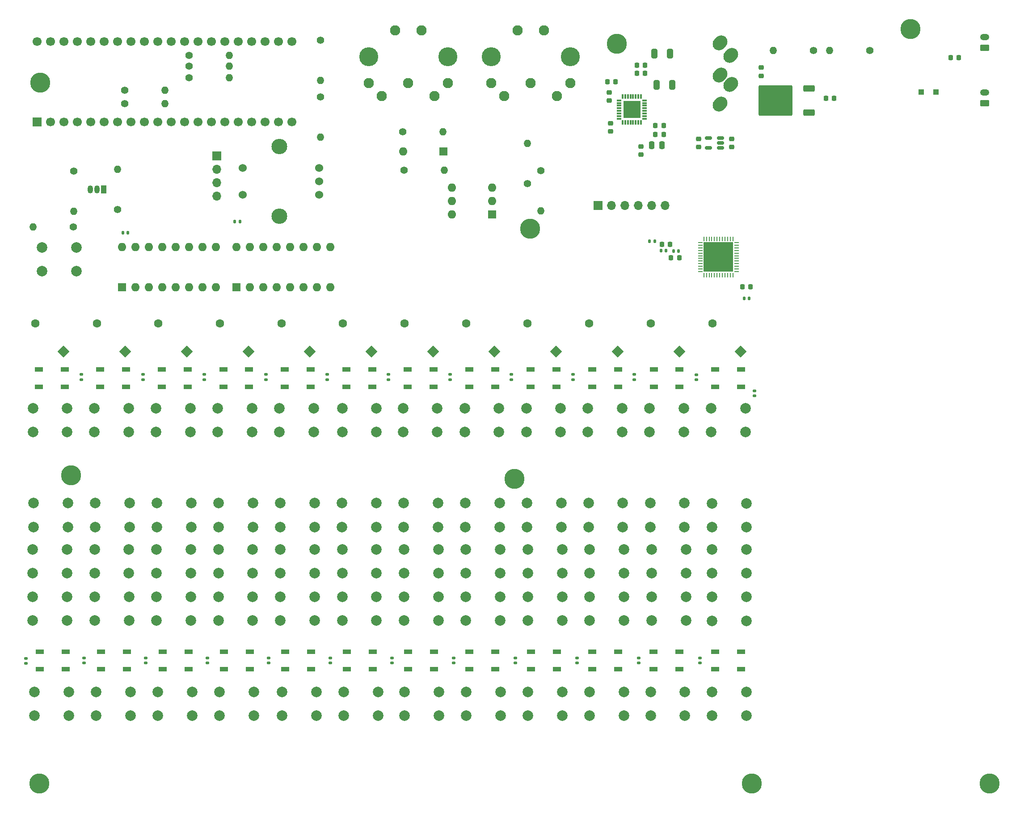
<source format=gbr>
%TF.GenerationSoftware,KiCad,Pcbnew,7.0.2*%
%TF.CreationDate,2023-04-18T17:14:37+09:00*%
%TF.ProjectId,autoharpie,6175746f-6861-4727-9069-652e6b696361,rev?*%
%TF.SameCoordinates,Original*%
%TF.FileFunction,Soldermask,Top*%
%TF.FilePolarity,Negative*%
%FSLAX46Y46*%
G04 Gerber Fmt 4.6, Leading zero omitted, Abs format (unit mm)*
G04 Created by KiCad (PCBNEW 7.0.2) date 2023-04-18 17:14:37*
%MOMM*%
%LPD*%
G01*
G04 APERTURE LIST*
G04 Aperture macros list*
%AMRoundRect*
0 Rectangle with rounded corners*
0 $1 Rounding radius*
0 $2 $3 $4 $5 $6 $7 $8 $9 X,Y pos of 4 corners*
0 Add a 4 corners polygon primitive as box body*
4,1,4,$2,$3,$4,$5,$6,$7,$8,$9,$2,$3,0*
0 Add four circle primitives for the rounded corners*
1,1,$1+$1,$2,$3*
1,1,$1+$1,$4,$5*
1,1,$1+$1,$6,$7*
1,1,$1+$1,$8,$9*
0 Add four rect primitives between the rounded corners*
20,1,$1+$1,$2,$3,$4,$5,0*
20,1,$1+$1,$4,$5,$6,$7,0*
20,1,$1+$1,$6,$7,$8,$9,0*
20,1,$1+$1,$8,$9,$2,$3,0*%
%AMHorizOval*
0 Thick line with rounded ends*
0 $1 width*
0 $2 $3 position (X,Y) of the first rounded end (center of the circle)*
0 $4 $5 position (X,Y) of the second rounded end (center of the circle)*
0 Add line between two ends*
20,1,$1,$2,$3,$4,$5,0*
0 Add two circle primitives to create the rounded ends*
1,1,$1,$2,$3*
1,1,$1,$4,$5*%
%AMRotRect*
0 Rectangle, with rotation*
0 The origin of the aperture is its center*
0 $1 length*
0 $2 width*
0 $3 Rotation angle, in degrees counterclockwise*
0 Add horizontal line*
21,1,$1,$2,0,0,$3*%
G04 Aperture macros list end*
%ADD10RotRect,1.600000X1.600000X135.000000*%
%ADD11HorizOval,1.600000X0.000000X0.000000X0.000000X0.000000X0*%
%ADD12C,3.800000*%
%ADD13RoundRect,0.140000X-0.170000X0.140000X-0.170000X-0.140000X0.170000X-0.140000X0.170000X0.140000X0*%
%ADD14C,2.000000*%
%ADD15RoundRect,0.225000X-0.250000X0.225000X-0.250000X-0.225000X0.250000X-0.225000X0.250000X0.225000X0*%
%ADD16C,1.950000*%
%ADD17C,3.600000*%
%ADD18RoundRect,0.225000X-0.225000X-0.250000X0.225000X-0.250000X0.225000X0.250000X-0.225000X0.250000X0*%
%ADD19R,1.500000X0.900000*%
%ADD20RoundRect,0.140000X-0.140000X-0.170000X0.140000X-0.170000X0.140000X0.170000X-0.140000X0.170000X0*%
%ADD21RoundRect,0.140000X0.170000X-0.140000X0.170000X0.140000X-0.170000X0.140000X-0.170000X-0.140000X0*%
%ADD22RoundRect,0.225000X0.225000X0.250000X-0.225000X0.250000X-0.225000X-0.250000X0.225000X-0.250000X0*%
%ADD23C,1.400000*%
%ADD24O,1.400000X1.400000*%
%ADD25C,1.524000*%
%ADD26O,3.000000X2.900000*%
%ADD27R,1.600000X1.600000*%
%ADD28O,1.600000X1.600000*%
%ADD29RoundRect,0.250000X0.325000X0.650000X-0.325000X0.650000X-0.325000X-0.650000X0.325000X-0.650000X0*%
%ADD30R,1.700000X1.700000*%
%ADD31C,1.700000*%
%ADD32R,0.858799X0.254800*%
%ADD33R,0.254800X0.858799*%
%ADD34R,5.689600X5.588000*%
%ADD35O,1.700000X1.700000*%
%ADD36RoundRect,0.250000X-0.250000X-0.475000X0.250000X-0.475000X0.250000X0.475000X-0.250000X0.475000X0*%
%ADD37HorizOval,2.400000X0.212132X0.212132X-0.212132X-0.212132X0*%
%ADD38RoundRect,0.250000X0.850000X0.350000X-0.850000X0.350000X-0.850000X-0.350000X0.850000X-0.350000X0*%
%ADD39RoundRect,0.249997X2.950003X2.650003X-2.950003X2.650003X-2.950003X-2.650003X2.950003X-2.650003X0*%
%ADD40R,0.300000X0.850000*%
%ADD41R,0.850000X0.300000*%
%ADD42R,3.200000X3.200000*%
%ADD43RoundRect,0.225000X0.250000X-0.225000X0.250000X0.225000X-0.250000X0.225000X-0.250000X-0.225000X0*%
%ADD44R,1.050000X1.500000*%
%ADD45O,1.050000X1.500000*%
%ADD46RoundRect,0.250000X0.625000X-0.350000X0.625000X0.350000X-0.625000X0.350000X-0.625000X-0.350000X0*%
%ADD47O,1.750000X1.200000*%
%ADD48RoundRect,0.250000X-0.300000X-0.300000X0.300000X-0.300000X0.300000X0.300000X-0.300000X0.300000X0*%
%ADD49RoundRect,0.150000X0.512500X0.150000X-0.512500X0.150000X-0.512500X-0.150000X0.512500X-0.150000X0*%
%ADD50RoundRect,0.140000X0.140000X0.170000X-0.140000X0.170000X-0.140000X-0.170000X0.140000X-0.170000X0*%
G04 APERTURE END LIST*
D10*
%TO.C,D4*%
X55613155Y-76123801D03*
D11*
X50225001Y-70735647D03*
%TD*%
D12*
%TO.C,H8*%
X106000000Y-100250000D03*
%TD*%
D13*
%TO.C,C37*%
X13500000Y-134270000D03*
X13500000Y-135230000D03*
%TD*%
D12*
%TO.C,H7*%
X109000000Y-52800000D03*
%TD*%
D14*
%TO.C,SW14*%
X143294913Y-86853800D03*
X149794913Y-86853800D03*
X143294913Y-91353800D03*
X149794913Y-91353800D03*
%TD*%
D15*
%TO.C,C38*%
X130000000Y-37225000D03*
X130000000Y-38775000D03*
%TD*%
D14*
%TO.C,SW13*%
X131617633Y-86853800D03*
X138117633Y-86853800D03*
X131617633Y-91353800D03*
X138117633Y-91353800D03*
%TD*%
%TO.C,SW54*%
X50120454Y-140600000D03*
X56620454Y-140600000D03*
X50120454Y-145100000D03*
X56620454Y-145100000D03*
%TD*%
D16*
%TO.C,J2*%
X78400000Y-25200000D03*
X85900000Y-25200000D03*
X93400000Y-25200000D03*
X80900000Y-27700000D03*
X90900000Y-27700000D03*
X83400000Y-15200000D03*
X88400000Y-15200000D03*
D17*
X78400000Y-20200000D03*
X93400000Y-20200000D03*
%TD*%
D18*
%TO.C,C45*%
X129225000Y-21800000D03*
X130775000Y-21800000D03*
%TD*%
D19*
%TO.C,D34*%
X62618180Y-132975000D03*
X62618180Y-136275000D03*
X67518180Y-136275000D03*
X67518180Y-132975000D03*
%TD*%
D20*
%TO.C,C2*%
X53040000Y-51500000D03*
X54000000Y-51500000D03*
%TD*%
D14*
%TO.C,SW62*%
X143475000Y-140625000D03*
X149975000Y-140625000D03*
X143475000Y-145125000D03*
X149975000Y-145125000D03*
%TD*%
D21*
%TO.C,C17*%
X58909089Y-81416600D03*
X58909089Y-80456600D03*
%TD*%
D10*
%TO.C,D7*%
X90590425Y-76123801D03*
D11*
X85202271Y-70735647D03*
%TD*%
D22*
%TO.C,C49*%
X190175000Y-20400000D03*
X188625000Y-20400000D03*
%TD*%
D14*
%TO.C,SW34*%
X96834313Y-113600000D03*
X103334313Y-113600000D03*
X96834313Y-118100000D03*
X103334313Y-118100000D03*
%TD*%
%TO.C,SW6*%
X49831816Y-86853800D03*
X56331816Y-86853800D03*
X49831816Y-91353800D03*
X56331816Y-91353800D03*
%TD*%
D19*
%TO.C,D15*%
X20825000Y-82775000D03*
X20825000Y-79475000D03*
X15925000Y-79475000D03*
X15925000Y-82775000D03*
%TD*%
D13*
%TO.C,C36*%
X141200000Y-134176600D03*
X141200000Y-135136600D03*
%TD*%
D14*
%TO.C,SW22*%
X96688959Y-104850000D03*
X103188959Y-104850000D03*
X96688959Y-109350000D03*
X103188959Y-109350000D03*
%TD*%
D19*
%TO.C,D28*%
X132395450Y-132975000D03*
X132395450Y-136275000D03*
X137295450Y-136275000D03*
X137295450Y-132975000D03*
%TD*%
D23*
%TO.C,R13*%
X30850000Y-49185000D03*
D24*
X30850000Y-41565000D03*
%TD*%
D19*
%TO.C,D38*%
X16100000Y-132975000D03*
X16100000Y-136275000D03*
X21000000Y-136275000D03*
X21000000Y-132975000D03*
%TD*%
D23*
%TO.C,R6*%
X85090000Y-41756600D03*
D24*
X92710000Y-41756600D03*
%TD*%
D21*
%TO.C,C18*%
X70545452Y-81416600D03*
X70545452Y-80456600D03*
%TD*%
D12*
%TO.C,H9*%
X22000000Y-99600000D03*
%TD*%
D21*
%TO.C,C20*%
X93818178Y-81416600D03*
X93818178Y-80456600D03*
%TD*%
D15*
%TO.C,C39*%
X124200000Y-32825000D03*
X124200000Y-34375000D03*
%TD*%
D14*
%TO.C,SW3*%
X14800000Y-86853800D03*
X21300000Y-86853800D03*
X14800000Y-91353800D03*
X21300000Y-91353800D03*
%TD*%
D23*
%TO.C,R5*%
X22435000Y-52475000D03*
D24*
X14815000Y-52475000D03*
%TD*%
D12*
%TO.C,H2*%
X151000000Y-158000000D03*
%TD*%
D19*
%TO.C,D29*%
X120765905Y-132975000D03*
X120765905Y-136275000D03*
X125665905Y-136275000D03*
X125665905Y-132975000D03*
%TD*%
D25*
%TO.C,SW2*%
X69025000Y-46350000D03*
X69025000Y-41350000D03*
X69025000Y-43850000D03*
X54525000Y-46350000D03*
X54525000Y-41350000D03*
D26*
X61525000Y-50450000D03*
X61525000Y-37250000D03*
%TD*%
D21*
%TO.C,C21*%
X105454541Y-81416600D03*
X105454541Y-80456600D03*
%TD*%
D13*
%TO.C,C33*%
X106181816Y-134176600D03*
X106181816Y-135136600D03*
%TD*%
%TO.C,C29*%
X59490908Y-134176600D03*
X59490908Y-135136600D03*
%TD*%
D14*
%TO.C,SW53*%
X38438636Y-140600000D03*
X44938636Y-140600000D03*
X38438636Y-145100000D03*
X44938636Y-145100000D03*
%TD*%
%TO.C,SW48*%
X120279865Y-122600000D03*
X126779865Y-122600000D03*
X120279865Y-127100000D03*
X126779865Y-127100000D03*
%TD*%
%TO.C,SW5*%
X38154544Y-86853800D03*
X44654544Y-86853800D03*
X38154544Y-91353800D03*
X44654544Y-91353800D03*
%TD*%
D10*
%TO.C,D1*%
X20635885Y-76123801D03*
D11*
X15247731Y-70735647D03*
%TD*%
D14*
%TO.C,SW57*%
X85219355Y-140600000D03*
X91719355Y-140600000D03*
X85219355Y-145100000D03*
X91719355Y-145100000D03*
%TD*%
D18*
%TO.C,C10*%
X149175000Y-63800000D03*
X150725000Y-63800000D03*
%TD*%
D14*
%TO.C,SW51*%
X15075000Y-140600000D03*
X21575000Y-140600000D03*
X15075000Y-145100000D03*
X21575000Y-145100000D03*
%TD*%
%TO.C,SW35*%
X108557072Y-113600000D03*
X115057072Y-113600000D03*
X108557072Y-118100000D03*
X115057072Y-118100000D03*
%TD*%
%TO.C,SW60*%
X120264809Y-140600000D03*
X126764809Y-140600000D03*
X120264809Y-145100000D03*
X126764809Y-145100000D03*
%TD*%
D10*
%TO.C,D6*%
X78931335Y-76123801D03*
D11*
X73543181Y-70735647D03*
%TD*%
D27*
%TO.C,D14*%
X92560000Y-38156600D03*
D28*
X84940000Y-38156600D03*
%TD*%
D10*
%TO.C,D9*%
X113908605Y-76123801D03*
D11*
X108520451Y-70735647D03*
%TD*%
D14*
%TO.C,SW21*%
X85007141Y-104850000D03*
X91507141Y-104850000D03*
X85007141Y-109350000D03*
X91507141Y-109350000D03*
%TD*%
%TO.C,SW46*%
X96834411Y-122600000D03*
X103334411Y-122600000D03*
X96834411Y-127100000D03*
X103334411Y-127100000D03*
%TD*%
D29*
%TO.C,C43*%
X135475000Y-19600000D03*
X132525000Y-19600000D03*
%TD*%
D12*
%TO.C,H3*%
X196000000Y-158000000D03*
%TD*%
D14*
%TO.C,SW26*%
X143475000Y-104875000D03*
X149975000Y-104875000D03*
X143475000Y-109375000D03*
X149975000Y-109375000D03*
%TD*%
%TO.C,SW45*%
X85111684Y-122600000D03*
X91611684Y-122600000D03*
X85111684Y-127100000D03*
X91611684Y-127100000D03*
%TD*%
%TO.C,SW28*%
X26497759Y-113600000D03*
X32997759Y-113600000D03*
X26497759Y-118100000D03*
X32997759Y-118100000D03*
%TD*%
D23*
%TO.C,R9*%
X111000000Y-41790000D03*
D24*
X111000000Y-49410000D03*
%TD*%
D18*
%TO.C,C44*%
X129225000Y-23400000D03*
X130775000Y-23400000D03*
%TD*%
D30*
%TO.C,U2*%
X15640000Y-32603800D03*
D31*
X18180000Y-32603800D03*
X20720000Y-32603800D03*
X23260000Y-32603800D03*
X25800000Y-32603800D03*
X28340000Y-32603800D03*
X30880000Y-32603800D03*
X33420000Y-32603800D03*
X35960000Y-32603800D03*
X38500000Y-32603800D03*
X41040000Y-32603800D03*
X43580000Y-32603800D03*
X46120000Y-32603800D03*
X48660000Y-32603800D03*
X51200000Y-32603800D03*
X53740000Y-32603800D03*
X56280000Y-32603800D03*
X58820000Y-32603800D03*
X61360000Y-32603800D03*
X63900000Y-32603800D03*
X63900000Y-17363800D03*
X61360000Y-17363800D03*
X58820000Y-17363800D03*
X56280000Y-17363800D03*
X53740000Y-17363800D03*
X51200000Y-17363800D03*
X48660000Y-17363800D03*
X46120000Y-17363800D03*
X43580000Y-17363800D03*
X41040000Y-17363800D03*
X38500000Y-17363800D03*
X35960000Y-17363800D03*
X33420000Y-17363800D03*
X30880000Y-17363800D03*
X28340000Y-17363800D03*
X25800000Y-17363800D03*
X23260000Y-17363800D03*
X20720000Y-17363800D03*
X18180000Y-17363800D03*
X15640000Y-17363800D03*
%TD*%
D23*
%TO.C,R3*%
X32190000Y-26600000D03*
D24*
X39810000Y-26600000D03*
%TD*%
D18*
%TO.C,C48*%
X132725000Y-33250000D03*
X134275000Y-33250000D03*
%TD*%
D14*
%TO.C,SW9*%
X84917079Y-86853800D03*
X91417079Y-86853800D03*
X84917079Y-91353800D03*
X91417079Y-91353800D03*
%TD*%
%TO.C,SW50*%
X143475000Y-122625000D03*
X149975000Y-122625000D03*
X143475000Y-127125000D03*
X149975000Y-127125000D03*
%TD*%
D23*
%TO.C,R11*%
X44380000Y-19980000D03*
D24*
X52000000Y-19980000D03*
%TD*%
D13*
%TO.C,C32*%
X94509089Y-134176600D03*
X94509089Y-135136600D03*
%TD*%
D19*
%TO.C,D23*%
X114006816Y-82775000D03*
X114006816Y-79475000D03*
X109106816Y-79475000D03*
X109106816Y-82775000D03*
%TD*%
D10*
%TO.C,D8*%
X102249515Y-76123801D03*
D11*
X96861361Y-70735647D03*
%TD*%
D21*
%TO.C,C23*%
X128727267Y-81416600D03*
X128727267Y-80456600D03*
%TD*%
D14*
%TO.C,SW41*%
X38220776Y-122600000D03*
X44720776Y-122600000D03*
X38220776Y-127100000D03*
X44720776Y-127100000D03*
%TD*%
D13*
%TO.C,C28*%
X47818181Y-134176600D03*
X47818181Y-135136600D03*
%TD*%
D32*
%TO.C,U7*%
X141223399Y-60950001D03*
X141223399Y-60450002D03*
X141223399Y-59950000D03*
X141223399Y-59450001D03*
X141223399Y-58950002D03*
X141223399Y-58450001D03*
X141223399Y-57950001D03*
X141223399Y-57450000D03*
X141223399Y-56950001D03*
X141223399Y-56450002D03*
X141223399Y-55950000D03*
X141223399Y-55450001D03*
D33*
X141899999Y-54773401D03*
X142399998Y-54773401D03*
X142900000Y-54773401D03*
X143399999Y-54773401D03*
X143899998Y-54773401D03*
X144399999Y-54773401D03*
X144899999Y-54773401D03*
X145400000Y-54773401D03*
X145899999Y-54773401D03*
X146399998Y-54773401D03*
X146900000Y-54773401D03*
X147399999Y-54773401D03*
D32*
X148076599Y-55450001D03*
X148076599Y-55950000D03*
X148076599Y-56450002D03*
X148076599Y-56950001D03*
X148076599Y-57450000D03*
X148076599Y-57950001D03*
X148076599Y-58450001D03*
X148076599Y-58950002D03*
X148076599Y-59450001D03*
X148076599Y-59950000D03*
X148076599Y-60450002D03*
X148076599Y-60950001D03*
D33*
X147399999Y-61626601D03*
X146900000Y-61626601D03*
X146399998Y-61626601D03*
X145899999Y-61626601D03*
X145400000Y-61626601D03*
X144899999Y-61626601D03*
X144399999Y-61626601D03*
X143899998Y-61626601D03*
X143399999Y-61626601D03*
X142900000Y-61626601D03*
X142399998Y-61626601D03*
X141899999Y-61626601D03*
D34*
X144649999Y-58200001D03*
%TD*%
D14*
%TO.C,SW47*%
X108557138Y-122600000D03*
X115057138Y-122600000D03*
X108557138Y-127100000D03*
X115057138Y-127100000D03*
%TD*%
%TO.C,SW59*%
X108582991Y-140600000D03*
X115082991Y-140600000D03*
X108582991Y-145100000D03*
X115082991Y-145100000D03*
%TD*%
%TO.C,SW27*%
X14775000Y-113600000D03*
X21275000Y-113600000D03*
X14775000Y-118100000D03*
X21275000Y-118100000D03*
%TD*%
%TO.C,SW17*%
X38279869Y-104850000D03*
X44779869Y-104850000D03*
X38279869Y-109350000D03*
X44779869Y-109350000D03*
%TD*%
D23*
%TO.C,R10*%
X44380000Y-21980000D03*
D24*
X52000000Y-21980000D03*
%TD*%
D20*
%TO.C,C1*%
X31860000Y-53583800D03*
X32820000Y-53583800D03*
%TD*%
D30*
%TO.C,J4*%
X49600000Y-39016600D03*
D35*
X49600000Y-41556600D03*
X49600000Y-44096600D03*
X49600000Y-46636600D03*
%TD*%
D14*
%TO.C,SW16*%
X26598051Y-104850000D03*
X33098051Y-104850000D03*
X26598051Y-109350000D03*
X33098051Y-109350000D03*
%TD*%
D19*
%TO.C,D19*%
X67415908Y-82775000D03*
X67415908Y-79475000D03*
X62515908Y-79475000D03*
X62515908Y-82775000D03*
%TD*%
D36*
%TO.C,C47*%
X132050000Y-37000000D03*
X133950000Y-37000000D03*
%TD*%
D14*
%TO.C,SW8*%
X73386714Y-86853800D03*
X79886714Y-86853800D03*
X73386714Y-91353800D03*
X79886714Y-91353800D03*
%TD*%
%TO.C,SW31*%
X61666036Y-113600000D03*
X68166036Y-113600000D03*
X61666036Y-118100000D03*
X68166036Y-118100000D03*
%TD*%
D21*
%TO.C,C24*%
X140500000Y-81460000D03*
X140500000Y-80500000D03*
%TD*%
D37*
%TO.C,J6*%
X147000000Y-25500000D03*
X145000000Y-23700000D03*
X145000000Y-17600000D03*
X147000000Y-20000000D03*
X145000000Y-29200000D03*
%TD*%
D10*
%TO.C,D3*%
X43954065Y-76123801D03*
D11*
X38565911Y-70735647D03*
%TD*%
D19*
%TO.C,D24*%
X125654543Y-82775000D03*
X125654543Y-79475000D03*
X120754543Y-79475000D03*
X120754543Y-82775000D03*
%TD*%
D14*
%TO.C,SW30*%
X49943277Y-113600000D03*
X56443277Y-113600000D03*
X49943277Y-118100000D03*
X56443277Y-118100000D03*
%TD*%
D23*
%TO.C,R16*%
X162700000Y-19056600D03*
D24*
X155080000Y-19056600D03*
%TD*%
D14*
%TO.C,SW11*%
X108275000Y-86850000D03*
X114775000Y-86850000D03*
X108275000Y-91350000D03*
X114775000Y-91350000D03*
%TD*%
%TO.C,SW33*%
X85111554Y-113600000D03*
X91611554Y-113600000D03*
X85111554Y-118100000D03*
X91611554Y-118100000D03*
%TD*%
%TO.C,SW25*%
X131734415Y-104850000D03*
X138234415Y-104850000D03*
X131734415Y-109350000D03*
X138234415Y-109350000D03*
%TD*%
D38*
%TO.C,U4*%
X161800000Y-30780000D03*
D39*
X155500000Y-28500000D03*
D38*
X161800000Y-26220000D03*
%TD*%
D40*
%TO.C,U8*%
X126500000Y-32700000D03*
X127000000Y-32700000D03*
X127500000Y-32700000D03*
X128000000Y-32700000D03*
X128500000Y-32700000D03*
X129000000Y-32700000D03*
X129500000Y-32700000D03*
X130000000Y-32700000D03*
D41*
X130700000Y-32000000D03*
X130700000Y-31500000D03*
X130700000Y-31000000D03*
X130700000Y-30500000D03*
X130700000Y-30000000D03*
X130700000Y-29500000D03*
X130700000Y-29000000D03*
X130700000Y-28500000D03*
D40*
X130000000Y-27800000D03*
X129500000Y-27800000D03*
X129000000Y-27800000D03*
X128500000Y-27800000D03*
X128000000Y-27800000D03*
X127500000Y-27800000D03*
X127000000Y-27800000D03*
X126500000Y-27800000D03*
D41*
X125800000Y-28500000D03*
X125800000Y-29000000D03*
X125800000Y-29500000D03*
X125800000Y-30000000D03*
X125800000Y-30500000D03*
X125800000Y-31000000D03*
X125800000Y-31500000D03*
X125800000Y-32000000D03*
D42*
X128250000Y-30250000D03*
%TD*%
D23*
%TO.C,R2*%
X32190000Y-29100000D03*
D24*
X39810000Y-29100000D03*
%TD*%
D14*
%TO.C,SW10*%
X96594351Y-86853800D03*
X103094351Y-86853800D03*
X96594351Y-91353800D03*
X103094351Y-91353800D03*
%TD*%
%TO.C,SW1*%
X23025000Y-60875000D03*
X16525000Y-60875000D03*
X23025000Y-56375000D03*
X16525000Y-56375000D03*
%TD*%
D43*
%TO.C,C41*%
X124000000Y-28525000D03*
X124000000Y-26975000D03*
%TD*%
D21*
%TO.C,C15*%
X35636363Y-81416600D03*
X35636363Y-80456600D03*
%TD*%
D44*
%TO.C,Q1*%
X28220000Y-45365000D03*
D45*
X26950000Y-45365000D03*
X25680000Y-45365000D03*
%TD*%
D14*
%TO.C,SW36*%
X120279831Y-113600000D03*
X126779831Y-113600000D03*
X120279831Y-118100000D03*
X126779831Y-118100000D03*
%TD*%
D13*
%TO.C,C26*%
X24472727Y-134176600D03*
X24472727Y-135136600D03*
%TD*%
D46*
%TO.C,J7*%
X195050000Y-18500000D03*
D47*
X195050000Y-16500000D03*
%TD*%
D19*
%TO.C,D18*%
X55768181Y-82775000D03*
X55768181Y-79475000D03*
X50868181Y-79475000D03*
X50868181Y-82775000D03*
%TD*%
D14*
%TO.C,SW20*%
X73325323Y-104850000D03*
X79825323Y-104850000D03*
X73325323Y-109350000D03*
X79825323Y-109350000D03*
%TD*%
D21*
%TO.C,C19*%
X82181815Y-81416600D03*
X82181815Y-80456600D03*
%TD*%
D14*
%TO.C,SW56*%
X73684444Y-140600000D03*
X80184444Y-140600000D03*
X73684444Y-145100000D03*
X80184444Y-145100000D03*
%TD*%
D19*
%TO.C,D30*%
X109136360Y-132975000D03*
X109136360Y-136275000D03*
X114036360Y-136275000D03*
X114036360Y-132975000D03*
%TD*%
D21*
%TO.C,C16*%
X47272726Y-81416600D03*
X47272726Y-80456600D03*
%TD*%
D13*
%TO.C,C27*%
X36145454Y-134176600D03*
X36145454Y-135136600D03*
%TD*%
D14*
%TO.C,SW58*%
X96901173Y-140600000D03*
X103401173Y-140600000D03*
X96901173Y-145100000D03*
X103401173Y-145100000D03*
%TD*%
D13*
%TO.C,C30*%
X71163635Y-134176600D03*
X71163635Y-135136600D03*
%TD*%
D21*
%TO.C,C22*%
X117090904Y-81416600D03*
X117090904Y-80456600D03*
%TD*%
D19*
%TO.C,D26*%
X148950000Y-82775000D03*
X148950000Y-79475000D03*
X144050000Y-79475000D03*
X144050000Y-82775000D03*
%TD*%
D18*
%TO.C,C3*%
X165025000Y-28100000D03*
X166575000Y-28100000D03*
%TD*%
D43*
%TO.C,C5*%
X147175000Y-37325000D03*
X147175000Y-35775000D03*
%TD*%
D23*
%TO.C,R7*%
X84890000Y-34456600D03*
D24*
X92510000Y-34456600D03*
%TD*%
D22*
%TO.C,C40*%
X125175000Y-25000000D03*
X123625000Y-25000000D03*
%TD*%
D19*
%TO.C,D32*%
X85877270Y-132975000D03*
X85877270Y-136275000D03*
X90777270Y-136275000D03*
X90777270Y-132975000D03*
%TD*%
D13*
%TO.C,C34*%
X117854543Y-134176600D03*
X117854543Y-135136600D03*
%TD*%
D19*
%TO.C,D25*%
X137302270Y-82775000D03*
X137302270Y-79475000D03*
X132402270Y-79475000D03*
X132402270Y-82775000D03*
%TD*%
D23*
%TO.C,R12*%
X44380000Y-24200000D03*
D24*
X52000000Y-24200000D03*
%TD*%
D13*
%TO.C,C35*%
X129527270Y-134176600D03*
X129527270Y-135136600D03*
%TD*%
D23*
%TO.C,R1*%
X69260000Y-17056600D03*
D24*
X69260000Y-24676600D03*
%TD*%
D19*
%TO.C,D35*%
X50988635Y-132975000D03*
X50988635Y-136275000D03*
X55888635Y-136275000D03*
X55888635Y-132975000D03*
%TD*%
D14*
%TO.C,SW18*%
X49961687Y-104850000D03*
X56461687Y-104850000D03*
X49961687Y-109350000D03*
X56461687Y-109350000D03*
%TD*%
%TO.C,SW19*%
X61643505Y-104850000D03*
X68143505Y-104850000D03*
X61643505Y-109350000D03*
X68143505Y-109350000D03*
%TD*%
D19*
%TO.C,D17*%
X44120454Y-82775000D03*
X44120454Y-79475000D03*
X39220454Y-79475000D03*
X39220454Y-82775000D03*
%TD*%
D14*
%TO.C,SW23*%
X108370777Y-104850000D03*
X114870777Y-104850000D03*
X108370777Y-109350000D03*
X114870777Y-109350000D03*
%TD*%
D23*
%TO.C,R4*%
X69260000Y-27853800D03*
D24*
X69260000Y-35473800D03*
%TD*%
D10*
%TO.C,D5*%
X67272245Y-76123801D03*
D11*
X61884091Y-70735647D03*
%TD*%
D14*
%TO.C,SW12*%
X119940361Y-86853800D03*
X126440361Y-86853800D03*
X119940361Y-91353800D03*
X126440361Y-91353800D03*
%TD*%
D30*
%TO.C,J5*%
X121860000Y-48400000D03*
D35*
X124400000Y-48400000D03*
X126940000Y-48400000D03*
X129480000Y-48400000D03*
X132020000Y-48400000D03*
X134560000Y-48400000D03*
%TD*%
D14*
%TO.C,SW39*%
X14775322Y-122600000D03*
X21275322Y-122600000D03*
X14775322Y-127100000D03*
X21275322Y-127100000D03*
%TD*%
%TO.C,SW29*%
X38220518Y-113600000D03*
X44720518Y-113600000D03*
X38220518Y-118100000D03*
X44720518Y-118100000D03*
%TD*%
D10*
%TO.C,D12*%
X148885885Y-76123801D03*
D11*
X143497731Y-70735647D03*
%TD*%
D14*
%TO.C,SW32*%
X73388795Y-113600000D03*
X79888795Y-113600000D03*
X73388795Y-118100000D03*
X79888795Y-118100000D03*
%TD*%
D12*
%TO.C,H5*%
X125400000Y-17800000D03*
%TD*%
D14*
%TO.C,SW7*%
X61509088Y-86853800D03*
X68009088Y-86853800D03*
X61509088Y-91353800D03*
X68009088Y-91353800D03*
%TD*%
D48*
%TO.C,D13*%
X183100000Y-26956600D03*
X185900000Y-26956600D03*
%TD*%
D20*
%TO.C,C13*%
X131620000Y-55225000D03*
X132580000Y-55225000D03*
%TD*%
D10*
%TO.C,D2*%
X32294975Y-76123801D03*
D11*
X26906821Y-70735647D03*
%TD*%
D21*
%TO.C,C14*%
X24000000Y-81416600D03*
X24000000Y-80456600D03*
%TD*%
D18*
%TO.C,C46*%
X132725000Y-35000000D03*
X134275000Y-35000000D03*
%TD*%
D23*
%TO.C,R14*%
X22500000Y-41940000D03*
D24*
X22500000Y-49560000D03*
%TD*%
D14*
%TO.C,SW42*%
X49943503Y-122600000D03*
X56443503Y-122600000D03*
X49943503Y-127100000D03*
X56443503Y-127100000D03*
%TD*%
D49*
%TO.C,U5*%
X145062500Y-37500000D03*
X145062500Y-36550000D03*
X145062500Y-35600000D03*
X142787500Y-35600000D03*
X142787500Y-37500000D03*
%TD*%
D27*
%TO.C,U1*%
X31660000Y-63953800D03*
D28*
X34200000Y-63953800D03*
X36740000Y-63953800D03*
X39280000Y-63953800D03*
X41820000Y-63953800D03*
X44360000Y-63953800D03*
X46900000Y-63953800D03*
X49440000Y-63953800D03*
X49440000Y-56333800D03*
X46900000Y-56333800D03*
X44360000Y-56333800D03*
X41820000Y-56333800D03*
X39280000Y-56333800D03*
X36740000Y-56333800D03*
X34200000Y-56333800D03*
X31660000Y-56333800D03*
%TD*%
D19*
%TO.C,D22*%
X102359089Y-82775000D03*
X102359089Y-79475000D03*
X97459089Y-79475000D03*
X97459089Y-82775000D03*
%TD*%
%TO.C,D31*%
X97506815Y-132975000D03*
X97506815Y-136275000D03*
X102406815Y-136275000D03*
X102406815Y-132975000D03*
%TD*%
D14*
%TO.C,SW15*%
X14916233Y-104850000D03*
X21416233Y-104850000D03*
X14916233Y-109350000D03*
X21416233Y-109350000D03*
%TD*%
%TO.C,SW40*%
X26498049Y-122600000D03*
X32998049Y-122600000D03*
X26498049Y-127100000D03*
X32998049Y-127100000D03*
%TD*%
D19*
%TO.C,D20*%
X79063635Y-82775000D03*
X79063635Y-79475000D03*
X74163635Y-79475000D03*
X74163635Y-82775000D03*
%TD*%
%TO.C,D21*%
X90711362Y-82775000D03*
X90711362Y-79475000D03*
X85811362Y-79475000D03*
X85811362Y-82775000D03*
%TD*%
%TO.C,D36*%
X39359090Y-132975000D03*
X39359090Y-136275000D03*
X44259090Y-136275000D03*
X44259090Y-132975000D03*
%TD*%
D12*
%TO.C,H4*%
X181000000Y-15000000D03*
%TD*%
D14*
%TO.C,SW52*%
X26756818Y-140600000D03*
X33256818Y-140600000D03*
X26756818Y-145100000D03*
X33256818Y-145100000D03*
%TD*%
D46*
%TO.C,J1*%
X195050000Y-29000000D03*
D47*
X195050000Y-27000000D03*
%TD*%
D27*
%TO.C,U3*%
X53360000Y-63903800D03*
D28*
X55900000Y-63903800D03*
X58440000Y-63903800D03*
X60980000Y-63903800D03*
X63520000Y-63903800D03*
X66060000Y-63903800D03*
X68600000Y-63903800D03*
X71140000Y-63903800D03*
X71140000Y-56283800D03*
X68600000Y-56283800D03*
X66060000Y-56283800D03*
X63520000Y-56283800D03*
X60980000Y-56283800D03*
X58440000Y-56283800D03*
X55900000Y-56283800D03*
X53360000Y-56283800D03*
%TD*%
D10*
%TO.C,D11*%
X137226785Y-76123801D03*
D11*
X131838631Y-70735647D03*
%TD*%
D16*
%TO.C,J3*%
X101600000Y-25200000D03*
X109100000Y-25200000D03*
X116600000Y-25200000D03*
X104100000Y-27700000D03*
X114100000Y-27700000D03*
X106600000Y-15200000D03*
X111600000Y-15200000D03*
D17*
X101600000Y-20200000D03*
X116600000Y-20200000D03*
%TD*%
D43*
%TO.C,C6*%
X140925000Y-37350000D03*
X140925000Y-35800000D03*
%TD*%
D14*
%TO.C,SW43*%
X61666230Y-122600000D03*
X68166230Y-122600000D03*
X61666230Y-127100000D03*
X68166230Y-127100000D03*
%TD*%
D13*
%TO.C,C31*%
X82836362Y-134176600D03*
X82836362Y-135136600D03*
%TD*%
D14*
%TO.C,SW44*%
X73388957Y-122600000D03*
X79888957Y-122600000D03*
X73388957Y-127100000D03*
X79888957Y-127100000D03*
%TD*%
%TO.C,SW38*%
X143475000Y-113625000D03*
X149975000Y-113625000D03*
X143475000Y-118125000D03*
X149975000Y-118125000D03*
%TD*%
D23*
%TO.C,R8*%
X108500000Y-44266600D03*
D24*
X108500000Y-36646600D03*
%TD*%
D20*
%TO.C,C9*%
X149520000Y-66000000D03*
X150480000Y-66000000D03*
%TD*%
D22*
%TO.C,C12*%
X135525000Y-55750000D03*
X133975000Y-55750000D03*
%TD*%
%TO.C,C8*%
X137225000Y-58350000D03*
X135675000Y-58350000D03*
%TD*%
D14*
%TO.C,SW4*%
X26477272Y-86853800D03*
X32977272Y-86853800D03*
X26477272Y-91353800D03*
X32977272Y-91353800D03*
%TD*%
D23*
%TO.C,R15*%
X173310000Y-19056600D03*
D24*
X165690000Y-19056600D03*
%TD*%
D50*
%TO.C,C7*%
X137105000Y-57075000D03*
X136145000Y-57075000D03*
%TD*%
D19*
%TO.C,D16*%
X32472727Y-82775000D03*
X32472727Y-79475000D03*
X27572727Y-79475000D03*
X27572727Y-82775000D03*
%TD*%
D27*
%TO.C,U6*%
X101820000Y-50080000D03*
D28*
X101820000Y-47540000D03*
X101820000Y-45000000D03*
X94200000Y-45000000D03*
X94200000Y-47540000D03*
X94200000Y-50080000D03*
%TD*%
D14*
%TO.C,SW37*%
X132002595Y-113600000D03*
X138502595Y-113600000D03*
X132002595Y-118100000D03*
X138502595Y-118100000D03*
%TD*%
%TO.C,SW61*%
X131808536Y-140600000D03*
X138308536Y-140600000D03*
X131808536Y-145100000D03*
X138308536Y-145100000D03*
%TD*%
D13*
%TO.C,C25*%
X151500000Y-83520000D03*
X151500000Y-84480000D03*
%TD*%
D14*
%TO.C,SW24*%
X120052595Y-104850000D03*
X126552595Y-104850000D03*
X120052595Y-109350000D03*
X126552595Y-109350000D03*
%TD*%
D12*
%TO.C,H1*%
X16000000Y-158000000D03*
%TD*%
D19*
%TO.C,D37*%
X27729545Y-132975000D03*
X27729545Y-136275000D03*
X32629545Y-136275000D03*
X32629545Y-132975000D03*
%TD*%
D50*
%TO.C,C11*%
X134730000Y-57000000D03*
X133770000Y-57000000D03*
%TD*%
D14*
%TO.C,SW55*%
X62002626Y-140600000D03*
X68502626Y-140600000D03*
X62002626Y-145100000D03*
X68502626Y-145100000D03*
%TD*%
D12*
%TO.C,H6*%
X16200000Y-25100000D03*
%TD*%
D43*
%TO.C,C4*%
X152800000Y-23831600D03*
X152800000Y-22281600D03*
%TD*%
D10*
%TO.C,D10*%
X125567695Y-76123801D03*
D11*
X120179541Y-70735647D03*
%TD*%
D14*
%TO.C,SW49*%
X132002595Y-122600000D03*
X138502595Y-122600000D03*
X132002595Y-127100000D03*
X138502595Y-127100000D03*
%TD*%
D19*
%TO.C,D33*%
X74247725Y-132975000D03*
X74247725Y-136275000D03*
X79147725Y-136275000D03*
X79147725Y-132975000D03*
%TD*%
%TO.C,D27*%
X144025000Y-132975000D03*
X144025000Y-136275000D03*
X148925000Y-136275000D03*
X148925000Y-132975000D03*
%TD*%
D29*
%TO.C,C42*%
X135875000Y-25600000D03*
X132925000Y-25600000D03*
%TD*%
M02*

</source>
